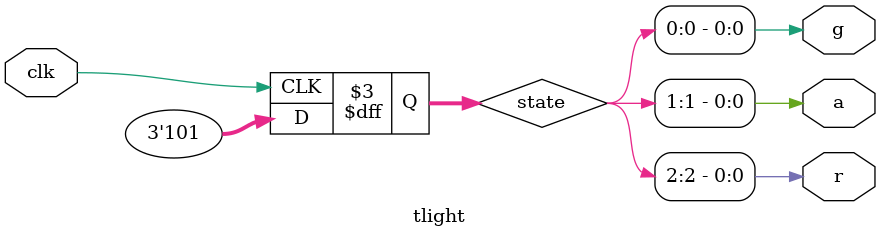
<source format=sv>
module tlight(input logic clk,
              output logic r,
              output logic a,
              output logic g);

logic [2:0] state;

initial
begin
    state = 0;
end;

// enter code here
always_ff @(posedge clk)
begin
  state <= 3'b101;
  /*state <= (state == 3'b100) ? 3'b110:
          (state == 3'b110) ? 3'b001:
          (state == 3'b001) ? 3'b010:
          (state == 3'b010) ? 3'b100:
          3'b001;*/
end;

assign g = state[0];
assign a = state[1];
assign r = state[2];
endmodule // tlights

</source>
